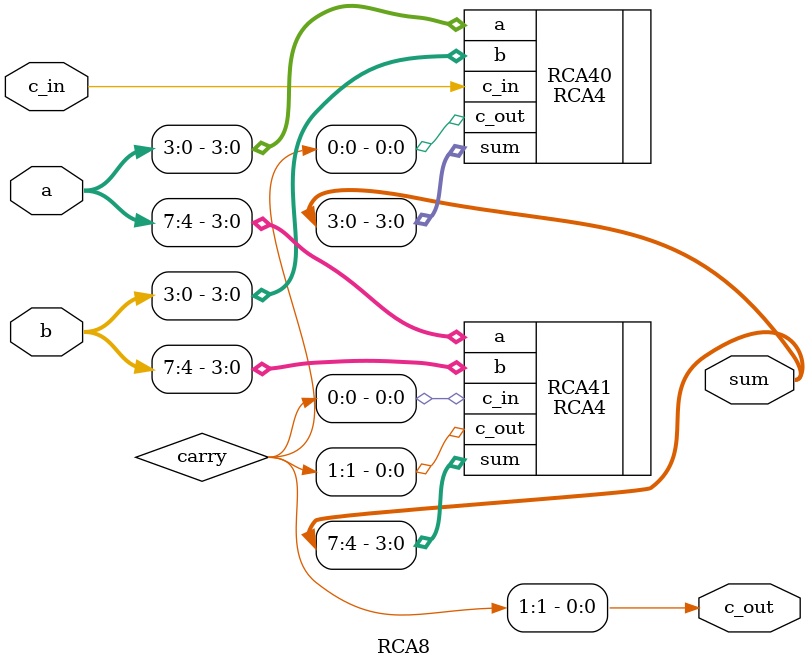
<source format=v>
`timescale 1ns / 1ps

module RCA8
(
    input[7:0] a, b,
    input c_in,

    output[7:0] sum,
    output c_out
);

wire[1:0] carry;


RCA4 RCA40( .a(a[3:0]),    .b(b[3:0]),    .c_in(c_in),       .c_out(carry[0]),  .sum(sum[3:0]) );
RCA4 RCA41( .a(a[7:4]),    .b(b[7:4]),    .c_in(carry[0]),   .c_out(carry[1]),  .sum(sum[7:4]) );


assign c_out = carry[1];

endmodule
</source>
